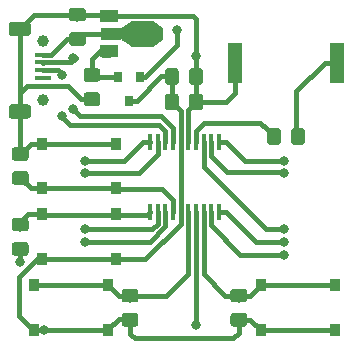
<source format=gbr>
G04 #@! TF.GenerationSoftware,KiCad,Pcbnew,5.1.4*
G04 #@! TF.CreationDate,2019-09-26T21:19:46+02:00*
G04 #@! TF.ProjectId,kroneum,6b726f6e-6575-46d2-9e6b-696361645f70,rev?*
G04 #@! TF.SameCoordinates,PX9527980PY7539c40*
G04 #@! TF.FileFunction,Copper,L1,Top*
G04 #@! TF.FilePolarity,Positive*
%FSLAX46Y46*%
G04 Gerber Fmt 4.6, Leading zero omitted, Abs format (unit mm)*
G04 Created by KiCad (PCBNEW 5.1.4) date 2019-09-26 21:19:46*
%MOMM*%
%LPD*%
G04 APERTURE LIST*
G04 #@! TA.AperFunction,BGAPad,CuDef*
%ADD10C,1.000000*%
G04 #@! TD*
G04 #@! TA.AperFunction,SMDPad,CuDef*
%ADD11R,1.350000X0.400000*%
G04 #@! TD*
G04 #@! TA.AperFunction,Conductor*
%ADD12C,0.020000*%
G04 #@! TD*
G04 #@! TA.AperFunction,SMDPad,CuDef*
%ADD13C,1.200000*%
G04 #@! TD*
G04 #@! TA.AperFunction,SMDPad,CuDef*
%ADD14R,0.400000X1.450000*%
G04 #@! TD*
G04 #@! TA.AperFunction,SMDPad,CuDef*
%ADD15C,1.000000*%
G04 #@! TD*
G04 #@! TA.AperFunction,SMDPad,CuDef*
%ADD16R,1.840000X2.200000*%
G04 #@! TD*
G04 #@! TA.AperFunction,SMDPad,CuDef*
%ADD17R,1.500000X1.000000*%
G04 #@! TD*
G04 #@! TA.AperFunction,SMDPad,CuDef*
%ADD18R,1.800000X1.000000*%
G04 #@! TD*
G04 #@! TA.AperFunction,SMDPad,CuDef*
%ADD19C,0.850000*%
G04 #@! TD*
G04 #@! TA.AperFunction,SMDPad,CuDef*
%ADD20R,0.850000X1.000000*%
G04 #@! TD*
G04 #@! TA.AperFunction,SMDPad,CuDef*
%ADD21C,1.150000*%
G04 #@! TD*
G04 #@! TA.AperFunction,SMDPad,CuDef*
%ADD22R,0.800000X0.900000*%
G04 #@! TD*
G04 #@! TA.AperFunction,SMDPad,CuDef*
%ADD23R,1.300000X3.400000*%
G04 #@! TD*
G04 #@! TA.AperFunction,ViaPad*
%ADD24C,0.800000*%
G04 #@! TD*
G04 #@! TA.AperFunction,Conductor*
%ADD25C,0.406400*%
G04 #@! TD*
G04 #@! TA.AperFunction,Conductor*
%ADD26C,0.250000*%
G04 #@! TD*
G04 #@! TA.AperFunction,Conductor*
%ADD27C,0.762000*%
G04 #@! TD*
G04 APERTURE END LIST*
D10*
G04 #@! TO.P,J1,*
G04 #@! TO.N,*
X-26952500Y26530000D03*
D11*
G04 #@! TO.P,J1,2*
G04 #@! TO.N,USB_D-*
X-26952500Y24680000D03*
G04 #@! TO.P,J1,1*
G04 #@! TO.N,USB_VBUS*
X-26952500Y25330000D03*
G04 #@! TO.P,J1,5*
G04 #@! TO.N,GND*
X-26952500Y22730000D03*
G04 #@! TO.P,J1,4*
G04 #@! TO.N,Net-(J1-Pad4)*
X-26952500Y23380000D03*
G04 #@! TO.P,J1,3*
G04 #@! TO.N,USB_D+*
X-26952500Y24030000D03*
D10*
G04 #@! TO.P,J1,*
G04 #@! TO.N,*
X-26952500Y21530000D03*
D12*
G04 #@! TD*
G04 #@! TO.N,GND*
G04 #@! TO.C,J1*
G36*
X-28260595Y28128555D02*
G01*
X-28231473Y28124236D01*
X-28202915Y28117082D01*
X-28175195Y28107164D01*
X-28148581Y28094576D01*
X-28123329Y28079441D01*
X-28099682Y28061903D01*
X-28077868Y28042132D01*
X-28058097Y28020318D01*
X-28040559Y27996671D01*
X-28025424Y27971419D01*
X-28012836Y27944805D01*
X-28002918Y27917085D01*
X-27995764Y27888527D01*
X-27991445Y27859405D01*
X-27990000Y27830000D01*
X-27990000Y27230000D01*
X-27991445Y27200595D01*
X-27995764Y27171473D01*
X-28002918Y27142915D01*
X-28012836Y27115195D01*
X-28025424Y27088581D01*
X-28040559Y27063329D01*
X-28058097Y27039682D01*
X-28077868Y27017868D01*
X-28099682Y26998097D01*
X-28123329Y26980559D01*
X-28148581Y26965424D01*
X-28175195Y26952836D01*
X-28202915Y26942918D01*
X-28231473Y26935764D01*
X-28260595Y26931445D01*
X-28290000Y26930000D01*
X-29590000Y26930000D01*
X-29619405Y26931445D01*
X-29648527Y26935764D01*
X-29677085Y26942918D01*
X-29704805Y26952836D01*
X-29731419Y26965424D01*
X-29756671Y26980559D01*
X-29780318Y26998097D01*
X-29802132Y27017868D01*
X-29821903Y27039682D01*
X-29839441Y27063329D01*
X-29854576Y27088581D01*
X-29867164Y27115195D01*
X-29877082Y27142915D01*
X-29884236Y27171473D01*
X-29888555Y27200595D01*
X-29890000Y27230000D01*
X-29890000Y27830000D01*
X-29888555Y27859405D01*
X-29884236Y27888527D01*
X-29877082Y27917085D01*
X-29867164Y27944805D01*
X-29854576Y27971419D01*
X-29839441Y27996671D01*
X-29821903Y28020318D01*
X-29802132Y28042132D01*
X-29780318Y28061903D01*
X-29756671Y28079441D01*
X-29731419Y28094576D01*
X-29704805Y28107164D01*
X-29677085Y28117082D01*
X-29648527Y28124236D01*
X-29619405Y28128555D01*
X-29590000Y28130000D01*
X-28290000Y28130000D01*
X-28260595Y28128555D01*
X-28260595Y28128555D01*
G37*
D13*
G04 #@! TO.P,J1,6*
G04 #@! TO.N,GND*
X-28940000Y27530000D03*
D12*
G04 #@! TD*
G04 #@! TO.N,GND*
G04 #@! TO.C,J1*
G36*
X-28260595Y21128555D02*
G01*
X-28231473Y21124236D01*
X-28202915Y21117082D01*
X-28175195Y21107164D01*
X-28148581Y21094576D01*
X-28123329Y21079441D01*
X-28099682Y21061903D01*
X-28077868Y21042132D01*
X-28058097Y21020318D01*
X-28040559Y20996671D01*
X-28025424Y20971419D01*
X-28012836Y20944805D01*
X-28002918Y20917085D01*
X-27995764Y20888527D01*
X-27991445Y20859405D01*
X-27990000Y20830000D01*
X-27990000Y20230000D01*
X-27991445Y20200595D01*
X-27995764Y20171473D01*
X-28002918Y20142915D01*
X-28012836Y20115195D01*
X-28025424Y20088581D01*
X-28040559Y20063329D01*
X-28058097Y20039682D01*
X-28077868Y20017868D01*
X-28099682Y19998097D01*
X-28123329Y19980559D01*
X-28148581Y19965424D01*
X-28175195Y19952836D01*
X-28202915Y19942918D01*
X-28231473Y19935764D01*
X-28260595Y19931445D01*
X-28290000Y19930000D01*
X-29590000Y19930000D01*
X-29619405Y19931445D01*
X-29648527Y19935764D01*
X-29677085Y19942918D01*
X-29704805Y19952836D01*
X-29731419Y19965424D01*
X-29756671Y19980559D01*
X-29780318Y19998097D01*
X-29802132Y20017868D01*
X-29821903Y20039682D01*
X-29839441Y20063329D01*
X-29854576Y20088581D01*
X-29867164Y20115195D01*
X-29877082Y20142915D01*
X-29884236Y20171473D01*
X-29888555Y20200595D01*
X-29890000Y20230000D01*
X-29890000Y20830000D01*
X-29888555Y20859405D01*
X-29884236Y20888527D01*
X-29877082Y20917085D01*
X-29867164Y20944805D01*
X-29854576Y20971419D01*
X-29839441Y20996671D01*
X-29821903Y21020318D01*
X-29802132Y21042132D01*
X-29780318Y21061903D01*
X-29756671Y21079441D01*
X-29731419Y21094576D01*
X-29704805Y21107164D01*
X-29677085Y21117082D01*
X-29648527Y21124236D01*
X-29619405Y21128555D01*
X-29590000Y21130000D01*
X-28290000Y21130000D01*
X-28260595Y21128555D01*
X-28260595Y21128555D01*
G37*
D13*
G04 #@! TO.P,J1,6*
G04 #@! TO.N,GND*
X-28940000Y20530000D03*
G04 #@! TD*
D14*
G04 #@! TO.P,U1,1*
G04 #@! TO.N,BOOT0*
X-17925000Y12020000D03*
G04 #@! TO.P,U1,2*
G04 #@! TO.N,SDA*
X-17275000Y12020000D03*
G04 #@! TO.P,U1,3*
G04 #@! TO.N,SCL*
X-16625000Y12020000D03*
G04 #@! TO.P,U1,4*
G04 #@! TO.N,NRST*
X-15975000Y12020000D03*
G04 #@! TO.P,U1,5*
G04 #@! TO.N,VDD*
X-15325000Y12020000D03*
G04 #@! TO.P,U1,6*
G04 #@! TO.N,Ctrl_One*
X-14675000Y12020000D03*
G04 #@! TO.P,U1,7*
G04 #@! TO.N,ADC1*
X-14025000Y12020000D03*
G04 #@! TO.P,U1,8*
G04 #@! TO.N,Ctrl_Ten*
X-13375000Y12020000D03*
G04 #@! TO.P,U1,9*
G04 #@! TO.N,ADC3*
X-12725000Y12020000D03*
G04 #@! TO.P,U1,10*
G04 #@! TO.N,NSS*
X-12075000Y12020000D03*
G04 #@! TO.P,U1,11*
G04 #@! TO.N,SCK*
X-12075000Y17920000D03*
G04 #@! TO.P,U1,12*
G04 #@! TO.N,MISO*
X-12725000Y17920000D03*
G04 #@! TO.P,U1,13*
G04 #@! TO.N,MOSI*
X-13375000Y17920000D03*
G04 #@! TO.P,U1,14*
G04 #@! TO.N,Buzzer*
X-14025000Y17920000D03*
G04 #@! TO.P,U1,15*
G04 #@! TO.N,GND*
X-14675000Y17920000D03*
G04 #@! TO.P,U1,16*
G04 #@! TO.N,VDD*
X-15325000Y17920000D03*
G04 #@! TO.P,U1,17*
G04 #@! TO.N,USB_D-*
X-15975000Y17920000D03*
G04 #@! TO.P,U1,18*
G04 #@! TO.N,USB_D+*
X-16625000Y17920000D03*
G04 #@! TO.P,U1,19*
G04 #@! TO.N,SWDIO*
X-17275000Y17920000D03*
G04 #@! TO.P,U1,20*
G04 #@! TO.N,SWCLK*
X-17925000Y17920000D03*
G04 #@! TD*
D15*
G04 #@! TO.P,U2,2*
G04 #@! TO.N,USB_VBUS*
X-19956200Y27120000D03*
D12*
G04 #@! TD*
G04 #@! TO.N,USB_VBUS*
G04 #@! TO.C,U2*
G36*
X-19456200Y26020000D02*
G01*
X-20456200Y26720000D01*
X-20456200Y27520000D01*
X-19456200Y28220000D01*
X-19456200Y26020000D01*
X-19456200Y26020000D01*
G37*
D16*
G04 #@! TO.P,U2,2*
G04 #@! TO.N,USB_VBUS*
X-18546500Y27120000D03*
D17*
G04 #@! TO.P,U2,3*
G04 #@! TO.N,Net-(C4-Pad1)*
X-21360000Y25620000D03*
D18*
G04 #@! TO.P,U2,2*
G04 #@! TO.N,USB_VBUS*
X-21213500Y27120000D03*
D17*
G04 #@! TO.P,U2,1*
G04 #@! TO.N,GND*
X-21360000Y28620000D03*
D19*
G04 #@! TO.P,U2,2*
G04 #@! TO.N,USB_VBUS*
X-17213000Y27120000D03*
D12*
G04 #@! TD*
G04 #@! TO.N,USB_VBUS*
G04 #@! TO.C,U2*
G36*
X-17638000Y28220000D02*
G01*
X-16788000Y27620000D01*
X-16788000Y26620000D01*
X-17638000Y26020000D01*
X-17638000Y28220000D01*
X-17638000Y28220000D01*
G37*
D20*
G04 #@! TO.P,SW2,1*
G04 #@! TO.N,Ctrl_One*
X-27750000Y5820000D03*
X-21450000Y5820000D03*
G04 #@! TO.P,SW2,2*
G04 #@! TO.N,VDD*
X-27750000Y2020000D03*
X-21450000Y2020000D03*
G04 #@! TD*
D12*
G04 #@! TO.N,GND*
G04 #@! TO.C,C1*
G36*
X-13665495Y22042576D02*
G01*
X-13641227Y22038976D01*
X-13617428Y22033015D01*
X-13594329Y22024750D01*
X-13572150Y22014260D01*
X-13551107Y22001648D01*
X-13531401Y21987033D01*
X-13513223Y21970557D01*
X-13496747Y21952379D01*
X-13482132Y21932673D01*
X-13469520Y21911630D01*
X-13459030Y21889451D01*
X-13450765Y21866352D01*
X-13444804Y21842553D01*
X-13441204Y21818285D01*
X-13440000Y21793781D01*
X-13440000Y20893779D01*
X-13441204Y20869275D01*
X-13444804Y20845007D01*
X-13450765Y20821208D01*
X-13459030Y20798109D01*
X-13469520Y20775930D01*
X-13482132Y20754887D01*
X-13496747Y20735181D01*
X-13513223Y20717003D01*
X-13531401Y20700527D01*
X-13551107Y20685912D01*
X-13572150Y20673300D01*
X-13594329Y20662810D01*
X-13617428Y20654545D01*
X-13641227Y20648584D01*
X-13665495Y20644984D01*
X-13689999Y20643780D01*
X-14340001Y20643780D01*
X-14364505Y20644984D01*
X-14388773Y20648584D01*
X-14412572Y20654545D01*
X-14435671Y20662810D01*
X-14457850Y20673300D01*
X-14478893Y20685912D01*
X-14498599Y20700527D01*
X-14516777Y20717003D01*
X-14533253Y20735181D01*
X-14547868Y20754887D01*
X-14560480Y20775930D01*
X-14570970Y20798109D01*
X-14579235Y20821208D01*
X-14585196Y20845007D01*
X-14588796Y20869275D01*
X-14590000Y20893779D01*
X-14590000Y21793781D01*
X-14588796Y21818285D01*
X-14585196Y21842553D01*
X-14579235Y21866352D01*
X-14570970Y21889451D01*
X-14560480Y21911630D01*
X-14547868Y21932673D01*
X-14533253Y21952379D01*
X-14516777Y21970557D01*
X-14498599Y21987033D01*
X-14478893Y22001648D01*
X-14457850Y22014260D01*
X-14435671Y22024750D01*
X-14412572Y22033015D01*
X-14388773Y22038976D01*
X-14364505Y22042576D01*
X-14340001Y22043780D01*
X-13689999Y22043780D01*
X-13665495Y22042576D01*
X-13665495Y22042576D01*
G37*
D21*
G04 #@! TD*
G04 #@! TO.P,C1,2*
G04 #@! TO.N,GND*
X-14015000Y21343780D03*
D12*
G04 #@! TO.N,VDD*
G04 #@! TO.C,C1*
G36*
X-15715495Y22042576D02*
G01*
X-15691227Y22038976D01*
X-15667428Y22033015D01*
X-15644329Y22024750D01*
X-15622150Y22014260D01*
X-15601107Y22001648D01*
X-15581401Y21987033D01*
X-15563223Y21970557D01*
X-15546747Y21952379D01*
X-15532132Y21932673D01*
X-15519520Y21911630D01*
X-15509030Y21889451D01*
X-15500765Y21866352D01*
X-15494804Y21842553D01*
X-15491204Y21818285D01*
X-15490000Y21793781D01*
X-15490000Y20893779D01*
X-15491204Y20869275D01*
X-15494804Y20845007D01*
X-15500765Y20821208D01*
X-15509030Y20798109D01*
X-15519520Y20775930D01*
X-15532132Y20754887D01*
X-15546747Y20735181D01*
X-15563223Y20717003D01*
X-15581401Y20700527D01*
X-15601107Y20685912D01*
X-15622150Y20673300D01*
X-15644329Y20662810D01*
X-15667428Y20654545D01*
X-15691227Y20648584D01*
X-15715495Y20644984D01*
X-15739999Y20643780D01*
X-16390001Y20643780D01*
X-16414505Y20644984D01*
X-16438773Y20648584D01*
X-16462572Y20654545D01*
X-16485671Y20662810D01*
X-16507850Y20673300D01*
X-16528893Y20685912D01*
X-16548599Y20700527D01*
X-16566777Y20717003D01*
X-16583253Y20735181D01*
X-16597868Y20754887D01*
X-16610480Y20775930D01*
X-16620970Y20798109D01*
X-16629235Y20821208D01*
X-16635196Y20845007D01*
X-16638796Y20869275D01*
X-16640000Y20893779D01*
X-16640000Y21793781D01*
X-16638796Y21818285D01*
X-16635196Y21842553D01*
X-16629235Y21866352D01*
X-16620970Y21889451D01*
X-16610480Y21911630D01*
X-16597868Y21932673D01*
X-16583253Y21952379D01*
X-16566777Y21970557D01*
X-16548599Y21987033D01*
X-16528893Y22001648D01*
X-16507850Y22014260D01*
X-16485671Y22024750D01*
X-16462572Y22033015D01*
X-16438773Y22038976D01*
X-16414505Y22042576D01*
X-16390001Y22043780D01*
X-15739999Y22043780D01*
X-15715495Y22042576D01*
X-15715495Y22042576D01*
G37*
D21*
G04 #@! TD*
G04 #@! TO.P,C1,1*
G04 #@! TO.N,VDD*
X-16065000Y21343780D03*
D12*
G04 #@! TO.N,VDD*
G04 #@! TO.C,C3*
G36*
X-15715495Y24192576D02*
G01*
X-15691227Y24188976D01*
X-15667428Y24183015D01*
X-15644329Y24174750D01*
X-15622150Y24164260D01*
X-15601107Y24151648D01*
X-15581401Y24137033D01*
X-15563223Y24120557D01*
X-15546747Y24102379D01*
X-15532132Y24082673D01*
X-15519520Y24061630D01*
X-15509030Y24039451D01*
X-15500765Y24016352D01*
X-15494804Y23992553D01*
X-15491204Y23968285D01*
X-15490000Y23943781D01*
X-15490000Y23043779D01*
X-15491204Y23019275D01*
X-15494804Y22995007D01*
X-15500765Y22971208D01*
X-15509030Y22948109D01*
X-15519520Y22925930D01*
X-15532132Y22904887D01*
X-15546747Y22885181D01*
X-15563223Y22867003D01*
X-15581401Y22850527D01*
X-15601107Y22835912D01*
X-15622150Y22823300D01*
X-15644329Y22812810D01*
X-15667428Y22804545D01*
X-15691227Y22798584D01*
X-15715495Y22794984D01*
X-15739999Y22793780D01*
X-16390001Y22793780D01*
X-16414505Y22794984D01*
X-16438773Y22798584D01*
X-16462572Y22804545D01*
X-16485671Y22812810D01*
X-16507850Y22823300D01*
X-16528893Y22835912D01*
X-16548599Y22850527D01*
X-16566777Y22867003D01*
X-16583253Y22885181D01*
X-16597868Y22904887D01*
X-16610480Y22925930D01*
X-16620970Y22948109D01*
X-16629235Y22971208D01*
X-16635196Y22995007D01*
X-16638796Y23019275D01*
X-16640000Y23043779D01*
X-16640000Y23943781D01*
X-16638796Y23968285D01*
X-16635196Y23992553D01*
X-16629235Y24016352D01*
X-16620970Y24039451D01*
X-16610480Y24061630D01*
X-16597868Y24082673D01*
X-16583253Y24102379D01*
X-16566777Y24120557D01*
X-16548599Y24137033D01*
X-16528893Y24151648D01*
X-16507850Y24164260D01*
X-16485671Y24174750D01*
X-16462572Y24183015D01*
X-16438773Y24188976D01*
X-16414505Y24192576D01*
X-16390001Y24193780D01*
X-15739999Y24193780D01*
X-15715495Y24192576D01*
X-15715495Y24192576D01*
G37*
D21*
G04 #@! TD*
G04 #@! TO.P,C3,1*
G04 #@! TO.N,VDD*
X-16065000Y23493780D03*
D12*
G04 #@! TO.N,GND*
G04 #@! TO.C,C3*
G36*
X-13665495Y24192576D02*
G01*
X-13641227Y24188976D01*
X-13617428Y24183015D01*
X-13594329Y24174750D01*
X-13572150Y24164260D01*
X-13551107Y24151648D01*
X-13531401Y24137033D01*
X-13513223Y24120557D01*
X-13496747Y24102379D01*
X-13482132Y24082673D01*
X-13469520Y24061630D01*
X-13459030Y24039451D01*
X-13450765Y24016352D01*
X-13444804Y23992553D01*
X-13441204Y23968285D01*
X-13440000Y23943781D01*
X-13440000Y23043779D01*
X-13441204Y23019275D01*
X-13444804Y22995007D01*
X-13450765Y22971208D01*
X-13459030Y22948109D01*
X-13469520Y22925930D01*
X-13482132Y22904887D01*
X-13496747Y22885181D01*
X-13513223Y22867003D01*
X-13531401Y22850527D01*
X-13551107Y22835912D01*
X-13572150Y22823300D01*
X-13594329Y22812810D01*
X-13617428Y22804545D01*
X-13641227Y22798584D01*
X-13665495Y22794984D01*
X-13689999Y22793780D01*
X-14340001Y22793780D01*
X-14364505Y22794984D01*
X-14388773Y22798584D01*
X-14412572Y22804545D01*
X-14435671Y22812810D01*
X-14457850Y22823300D01*
X-14478893Y22835912D01*
X-14498599Y22850527D01*
X-14516777Y22867003D01*
X-14533253Y22885181D01*
X-14547868Y22904887D01*
X-14560480Y22925930D01*
X-14570970Y22948109D01*
X-14579235Y22971208D01*
X-14585196Y22995007D01*
X-14588796Y23019275D01*
X-14590000Y23043779D01*
X-14590000Y23943781D01*
X-14588796Y23968285D01*
X-14585196Y23992553D01*
X-14579235Y24016352D01*
X-14570970Y24039451D01*
X-14560480Y24061630D01*
X-14547868Y24082673D01*
X-14533253Y24102379D01*
X-14516777Y24120557D01*
X-14498599Y24137033D01*
X-14478893Y24151648D01*
X-14457850Y24164260D01*
X-14435671Y24174750D01*
X-14412572Y24183015D01*
X-14388773Y24188976D01*
X-14364505Y24192576D01*
X-14340001Y24193780D01*
X-13689999Y24193780D01*
X-13665495Y24192576D01*
X-13665495Y24192576D01*
G37*
D21*
G04 #@! TD*
G04 #@! TO.P,C3,2*
G04 #@! TO.N,GND*
X-14015000Y23493780D03*
D12*
G04 #@! TO.N,NRST*
G04 #@! TO.C,C7*
G36*
X-28425495Y15468796D02*
G01*
X-28401227Y15465196D01*
X-28377428Y15459235D01*
X-28354329Y15450970D01*
X-28332150Y15440480D01*
X-28311107Y15427868D01*
X-28291401Y15413253D01*
X-28273223Y15396777D01*
X-28256747Y15378599D01*
X-28242132Y15358893D01*
X-28229520Y15337850D01*
X-28219030Y15315671D01*
X-28210765Y15292572D01*
X-28204804Y15268773D01*
X-28201204Y15244505D01*
X-28200000Y15220001D01*
X-28200000Y14569999D01*
X-28201204Y14545495D01*
X-28204804Y14521227D01*
X-28210765Y14497428D01*
X-28219030Y14474329D01*
X-28229520Y14452150D01*
X-28242132Y14431107D01*
X-28256747Y14411401D01*
X-28273223Y14393223D01*
X-28291401Y14376747D01*
X-28311107Y14362132D01*
X-28332150Y14349520D01*
X-28354329Y14339030D01*
X-28377428Y14330765D01*
X-28401227Y14324804D01*
X-28425495Y14321204D01*
X-28449999Y14320000D01*
X-29350001Y14320000D01*
X-29374505Y14321204D01*
X-29398773Y14324804D01*
X-29422572Y14330765D01*
X-29445671Y14339030D01*
X-29467850Y14349520D01*
X-29488893Y14362132D01*
X-29508599Y14376747D01*
X-29526777Y14393223D01*
X-29543253Y14411401D01*
X-29557868Y14431107D01*
X-29570480Y14452150D01*
X-29580970Y14474329D01*
X-29589235Y14497428D01*
X-29595196Y14521227D01*
X-29598796Y14545495D01*
X-29600000Y14569999D01*
X-29600000Y15220001D01*
X-29598796Y15244505D01*
X-29595196Y15268773D01*
X-29589235Y15292572D01*
X-29580970Y15315671D01*
X-29570480Y15337850D01*
X-29557868Y15358893D01*
X-29543253Y15378599D01*
X-29526777Y15396777D01*
X-29508599Y15413253D01*
X-29488893Y15427868D01*
X-29467850Y15440480D01*
X-29445671Y15450970D01*
X-29422572Y15459235D01*
X-29398773Y15465196D01*
X-29374505Y15468796D01*
X-29350001Y15470000D01*
X-28449999Y15470000D01*
X-28425495Y15468796D01*
X-28425495Y15468796D01*
G37*
D21*
G04 #@! TD*
G04 #@! TO.P,C7,1*
G04 #@! TO.N,NRST*
X-28900000Y14895000D03*
D12*
G04 #@! TO.N,GND*
G04 #@! TO.C,C7*
G36*
X-28425495Y17518796D02*
G01*
X-28401227Y17515196D01*
X-28377428Y17509235D01*
X-28354329Y17500970D01*
X-28332150Y17490480D01*
X-28311107Y17477868D01*
X-28291401Y17463253D01*
X-28273223Y17446777D01*
X-28256747Y17428599D01*
X-28242132Y17408893D01*
X-28229520Y17387850D01*
X-28219030Y17365671D01*
X-28210765Y17342572D01*
X-28204804Y17318773D01*
X-28201204Y17294505D01*
X-28200000Y17270001D01*
X-28200000Y16619999D01*
X-28201204Y16595495D01*
X-28204804Y16571227D01*
X-28210765Y16547428D01*
X-28219030Y16524329D01*
X-28229520Y16502150D01*
X-28242132Y16481107D01*
X-28256747Y16461401D01*
X-28273223Y16443223D01*
X-28291401Y16426747D01*
X-28311107Y16412132D01*
X-28332150Y16399520D01*
X-28354329Y16389030D01*
X-28377428Y16380765D01*
X-28401227Y16374804D01*
X-28425495Y16371204D01*
X-28449999Y16370000D01*
X-29350001Y16370000D01*
X-29374505Y16371204D01*
X-29398773Y16374804D01*
X-29422572Y16380765D01*
X-29445671Y16389030D01*
X-29467850Y16399520D01*
X-29488893Y16412132D01*
X-29508599Y16426747D01*
X-29526777Y16443223D01*
X-29543253Y16461401D01*
X-29557868Y16481107D01*
X-29570480Y16502150D01*
X-29580970Y16524329D01*
X-29589235Y16547428D01*
X-29595196Y16571227D01*
X-29598796Y16595495D01*
X-29600000Y16619999D01*
X-29600000Y17270001D01*
X-29598796Y17294505D01*
X-29595196Y17318773D01*
X-29589235Y17342572D01*
X-29580970Y17365671D01*
X-29570480Y17387850D01*
X-29557868Y17408893D01*
X-29543253Y17428599D01*
X-29526777Y17446777D01*
X-29508599Y17463253D01*
X-29488893Y17477868D01*
X-29467850Y17490480D01*
X-29445671Y17500970D01*
X-29422572Y17509235D01*
X-29398773Y17515196D01*
X-29374505Y17518796D01*
X-29350001Y17520000D01*
X-28449999Y17520000D01*
X-28425495Y17518796D01*
X-28425495Y17518796D01*
G37*
D21*
G04 #@! TD*
G04 #@! TO.P,C7,2*
G04 #@! TO.N,GND*
X-28900000Y16945000D03*
D12*
G04 #@! TO.N,VDD*
G04 #@! TO.C,C8*
G36*
X-19125495Y3468796D02*
G01*
X-19101227Y3465196D01*
X-19077428Y3459235D01*
X-19054329Y3450970D01*
X-19032150Y3440480D01*
X-19011107Y3427868D01*
X-18991401Y3413253D01*
X-18973223Y3396777D01*
X-18956747Y3378599D01*
X-18942132Y3358893D01*
X-18929520Y3337850D01*
X-18919030Y3315671D01*
X-18910765Y3292572D01*
X-18904804Y3268773D01*
X-18901204Y3244505D01*
X-18900000Y3220001D01*
X-18900000Y2569999D01*
X-18901204Y2545495D01*
X-18904804Y2521227D01*
X-18910765Y2497428D01*
X-18919030Y2474329D01*
X-18929520Y2452150D01*
X-18942132Y2431107D01*
X-18956747Y2411401D01*
X-18973223Y2393223D01*
X-18991401Y2376747D01*
X-19011107Y2362132D01*
X-19032150Y2349520D01*
X-19054329Y2339030D01*
X-19077428Y2330765D01*
X-19101227Y2324804D01*
X-19125495Y2321204D01*
X-19149999Y2320000D01*
X-20050001Y2320000D01*
X-20074505Y2321204D01*
X-20098773Y2324804D01*
X-20122572Y2330765D01*
X-20145671Y2339030D01*
X-20167850Y2349520D01*
X-20188893Y2362132D01*
X-20208599Y2376747D01*
X-20226777Y2393223D01*
X-20243253Y2411401D01*
X-20257868Y2431107D01*
X-20270480Y2452150D01*
X-20280970Y2474329D01*
X-20289235Y2497428D01*
X-20295196Y2521227D01*
X-20298796Y2545495D01*
X-20300000Y2569999D01*
X-20300000Y3220001D01*
X-20298796Y3244505D01*
X-20295196Y3268773D01*
X-20289235Y3292572D01*
X-20280970Y3315671D01*
X-20270480Y3337850D01*
X-20257868Y3358893D01*
X-20243253Y3378599D01*
X-20226777Y3396777D01*
X-20208599Y3413253D01*
X-20188893Y3427868D01*
X-20167850Y3440480D01*
X-20145671Y3450970D01*
X-20122572Y3459235D01*
X-20098773Y3465196D01*
X-20074505Y3468796D01*
X-20050001Y3470000D01*
X-19149999Y3470000D01*
X-19125495Y3468796D01*
X-19125495Y3468796D01*
G37*
D21*
G04 #@! TD*
G04 #@! TO.P,C8,1*
G04 #@! TO.N,VDD*
X-19600000Y2895000D03*
D12*
G04 #@! TO.N,Ctrl_One*
G04 #@! TO.C,C8*
G36*
X-19125495Y5518796D02*
G01*
X-19101227Y5515196D01*
X-19077428Y5509235D01*
X-19054329Y5500970D01*
X-19032150Y5490480D01*
X-19011107Y5477868D01*
X-18991401Y5463253D01*
X-18973223Y5446777D01*
X-18956747Y5428599D01*
X-18942132Y5408893D01*
X-18929520Y5387850D01*
X-18919030Y5365671D01*
X-18910765Y5342572D01*
X-18904804Y5318773D01*
X-18901204Y5294505D01*
X-18900000Y5270001D01*
X-18900000Y4619999D01*
X-18901204Y4595495D01*
X-18904804Y4571227D01*
X-18910765Y4547428D01*
X-18919030Y4524329D01*
X-18929520Y4502150D01*
X-18942132Y4481107D01*
X-18956747Y4461401D01*
X-18973223Y4443223D01*
X-18991401Y4426747D01*
X-19011107Y4412132D01*
X-19032150Y4399520D01*
X-19054329Y4389030D01*
X-19077428Y4380765D01*
X-19101227Y4374804D01*
X-19125495Y4371204D01*
X-19149999Y4370000D01*
X-20050001Y4370000D01*
X-20074505Y4371204D01*
X-20098773Y4374804D01*
X-20122572Y4380765D01*
X-20145671Y4389030D01*
X-20167850Y4399520D01*
X-20188893Y4412132D01*
X-20208599Y4426747D01*
X-20226777Y4443223D01*
X-20243253Y4461401D01*
X-20257868Y4481107D01*
X-20270480Y4502150D01*
X-20280970Y4524329D01*
X-20289235Y4547428D01*
X-20295196Y4571227D01*
X-20298796Y4595495D01*
X-20300000Y4619999D01*
X-20300000Y5270001D01*
X-20298796Y5294505D01*
X-20295196Y5318773D01*
X-20289235Y5342572D01*
X-20280970Y5365671D01*
X-20270480Y5387850D01*
X-20257868Y5408893D01*
X-20243253Y5428599D01*
X-20226777Y5446777D01*
X-20208599Y5463253D01*
X-20188893Y5477868D01*
X-20167850Y5490480D01*
X-20145671Y5500970D01*
X-20122572Y5509235D01*
X-20098773Y5515196D01*
X-20074505Y5518796D01*
X-20050001Y5520000D01*
X-19149999Y5520000D01*
X-19125495Y5518796D01*
X-19125495Y5518796D01*
G37*
D21*
G04 #@! TD*
G04 #@! TO.P,C8,2*
G04 #@! TO.N,Ctrl_One*
X-19600000Y4945000D03*
D12*
G04 #@! TO.N,Ctrl_Ten*
G04 #@! TO.C,C9*
G36*
X-9925495Y5518796D02*
G01*
X-9901227Y5515196D01*
X-9877428Y5509235D01*
X-9854329Y5500970D01*
X-9832150Y5490480D01*
X-9811107Y5477868D01*
X-9791401Y5463253D01*
X-9773223Y5446777D01*
X-9756747Y5428599D01*
X-9742132Y5408893D01*
X-9729520Y5387850D01*
X-9719030Y5365671D01*
X-9710765Y5342572D01*
X-9704804Y5318773D01*
X-9701204Y5294505D01*
X-9700000Y5270001D01*
X-9700000Y4619999D01*
X-9701204Y4595495D01*
X-9704804Y4571227D01*
X-9710765Y4547428D01*
X-9719030Y4524329D01*
X-9729520Y4502150D01*
X-9742132Y4481107D01*
X-9756747Y4461401D01*
X-9773223Y4443223D01*
X-9791401Y4426747D01*
X-9811107Y4412132D01*
X-9832150Y4399520D01*
X-9854329Y4389030D01*
X-9877428Y4380765D01*
X-9901227Y4374804D01*
X-9925495Y4371204D01*
X-9949999Y4370000D01*
X-10850001Y4370000D01*
X-10874505Y4371204D01*
X-10898773Y4374804D01*
X-10922572Y4380765D01*
X-10945671Y4389030D01*
X-10967850Y4399520D01*
X-10988893Y4412132D01*
X-11008599Y4426747D01*
X-11026777Y4443223D01*
X-11043253Y4461401D01*
X-11057868Y4481107D01*
X-11070480Y4502150D01*
X-11080970Y4524329D01*
X-11089235Y4547428D01*
X-11095196Y4571227D01*
X-11098796Y4595495D01*
X-11100000Y4619999D01*
X-11100000Y5270001D01*
X-11098796Y5294505D01*
X-11095196Y5318773D01*
X-11089235Y5342572D01*
X-11080970Y5365671D01*
X-11070480Y5387850D01*
X-11057868Y5408893D01*
X-11043253Y5428599D01*
X-11026777Y5446777D01*
X-11008599Y5463253D01*
X-10988893Y5477868D01*
X-10967850Y5490480D01*
X-10945671Y5500970D01*
X-10922572Y5509235D01*
X-10898773Y5515196D01*
X-10874505Y5518796D01*
X-10850001Y5520000D01*
X-9949999Y5520000D01*
X-9925495Y5518796D01*
X-9925495Y5518796D01*
G37*
D21*
G04 #@! TD*
G04 #@! TO.P,C9,2*
G04 #@! TO.N,Ctrl_Ten*
X-10400000Y4945000D03*
D12*
G04 #@! TO.N,VDD*
G04 #@! TO.C,C9*
G36*
X-9925495Y3468796D02*
G01*
X-9901227Y3465196D01*
X-9877428Y3459235D01*
X-9854329Y3450970D01*
X-9832150Y3440480D01*
X-9811107Y3427868D01*
X-9791401Y3413253D01*
X-9773223Y3396777D01*
X-9756747Y3378599D01*
X-9742132Y3358893D01*
X-9729520Y3337850D01*
X-9719030Y3315671D01*
X-9710765Y3292572D01*
X-9704804Y3268773D01*
X-9701204Y3244505D01*
X-9700000Y3220001D01*
X-9700000Y2569999D01*
X-9701204Y2545495D01*
X-9704804Y2521227D01*
X-9710765Y2497428D01*
X-9719030Y2474329D01*
X-9729520Y2452150D01*
X-9742132Y2431107D01*
X-9756747Y2411401D01*
X-9773223Y2393223D01*
X-9791401Y2376747D01*
X-9811107Y2362132D01*
X-9832150Y2349520D01*
X-9854329Y2339030D01*
X-9877428Y2330765D01*
X-9901227Y2324804D01*
X-9925495Y2321204D01*
X-9949999Y2320000D01*
X-10850001Y2320000D01*
X-10874505Y2321204D01*
X-10898773Y2324804D01*
X-10922572Y2330765D01*
X-10945671Y2339030D01*
X-10967850Y2349520D01*
X-10988893Y2362132D01*
X-11008599Y2376747D01*
X-11026777Y2393223D01*
X-11043253Y2411401D01*
X-11057868Y2431107D01*
X-11070480Y2452150D01*
X-11080970Y2474329D01*
X-11089235Y2497428D01*
X-11095196Y2521227D01*
X-11098796Y2545495D01*
X-11100000Y2569999D01*
X-11100000Y3220001D01*
X-11098796Y3244505D01*
X-11095196Y3268773D01*
X-11089235Y3292572D01*
X-11080970Y3315671D01*
X-11070480Y3337850D01*
X-11057868Y3358893D01*
X-11043253Y3378599D01*
X-11026777Y3396777D01*
X-11008599Y3413253D01*
X-10988893Y3427868D01*
X-10967850Y3440480D01*
X-10945671Y3450970D01*
X-10922572Y3459235D01*
X-10898773Y3465196D01*
X-10874505Y3468796D01*
X-10850001Y3470000D01*
X-9949999Y3470000D01*
X-9925495Y3468796D01*
X-9925495Y3468796D01*
G37*
D21*
G04 #@! TD*
G04 #@! TO.P,C9,1*
G04 #@! TO.N,VDD*
X-10400000Y2895000D03*
D12*
G04 #@! TO.N,Buzzer*
G04 #@! TO.C,R1*
G36*
X-7075495Y19118796D02*
G01*
X-7051227Y19115196D01*
X-7027428Y19109235D01*
X-7004329Y19100970D01*
X-6982150Y19090480D01*
X-6961107Y19077868D01*
X-6941401Y19063253D01*
X-6923223Y19046777D01*
X-6906747Y19028599D01*
X-6892132Y19008893D01*
X-6879520Y18987850D01*
X-6869030Y18965671D01*
X-6860765Y18942572D01*
X-6854804Y18918773D01*
X-6851204Y18894505D01*
X-6850000Y18870001D01*
X-6850000Y17969999D01*
X-6851204Y17945495D01*
X-6854804Y17921227D01*
X-6860765Y17897428D01*
X-6869030Y17874329D01*
X-6879520Y17852150D01*
X-6892132Y17831107D01*
X-6906747Y17811401D01*
X-6923223Y17793223D01*
X-6941401Y17776747D01*
X-6961107Y17762132D01*
X-6982150Y17749520D01*
X-7004329Y17739030D01*
X-7027428Y17730765D01*
X-7051227Y17724804D01*
X-7075495Y17721204D01*
X-7099999Y17720000D01*
X-7750001Y17720000D01*
X-7774505Y17721204D01*
X-7798773Y17724804D01*
X-7822572Y17730765D01*
X-7845671Y17739030D01*
X-7867850Y17749520D01*
X-7888893Y17762132D01*
X-7908599Y17776747D01*
X-7926777Y17793223D01*
X-7943253Y17811401D01*
X-7957868Y17831107D01*
X-7970480Y17852150D01*
X-7980970Y17874329D01*
X-7989235Y17897428D01*
X-7995196Y17921227D01*
X-7998796Y17945495D01*
X-8000000Y17969999D01*
X-8000000Y18870001D01*
X-7998796Y18894505D01*
X-7995196Y18918773D01*
X-7989235Y18942572D01*
X-7980970Y18965671D01*
X-7970480Y18987850D01*
X-7957868Y19008893D01*
X-7943253Y19028599D01*
X-7926777Y19046777D01*
X-7908599Y19063253D01*
X-7888893Y19077868D01*
X-7867850Y19090480D01*
X-7845671Y19100970D01*
X-7822572Y19109235D01*
X-7798773Y19115196D01*
X-7774505Y19118796D01*
X-7750001Y19120000D01*
X-7099999Y19120000D01*
X-7075495Y19118796D01*
X-7075495Y19118796D01*
G37*
D21*
G04 #@! TD*
G04 #@! TO.P,R1,2*
G04 #@! TO.N,Buzzer*
X-7425000Y18420000D03*
D12*
G04 #@! TO.N,Net-(BZ1-Pad1)*
G04 #@! TO.C,R1*
G36*
X-5025495Y19118796D02*
G01*
X-5001227Y19115196D01*
X-4977428Y19109235D01*
X-4954329Y19100970D01*
X-4932150Y19090480D01*
X-4911107Y19077868D01*
X-4891401Y19063253D01*
X-4873223Y19046777D01*
X-4856747Y19028599D01*
X-4842132Y19008893D01*
X-4829520Y18987850D01*
X-4819030Y18965671D01*
X-4810765Y18942572D01*
X-4804804Y18918773D01*
X-4801204Y18894505D01*
X-4800000Y18870001D01*
X-4800000Y17969999D01*
X-4801204Y17945495D01*
X-4804804Y17921227D01*
X-4810765Y17897428D01*
X-4819030Y17874329D01*
X-4829520Y17852150D01*
X-4842132Y17831107D01*
X-4856747Y17811401D01*
X-4873223Y17793223D01*
X-4891401Y17776747D01*
X-4911107Y17762132D01*
X-4932150Y17749520D01*
X-4954329Y17739030D01*
X-4977428Y17730765D01*
X-5001227Y17724804D01*
X-5025495Y17721204D01*
X-5049999Y17720000D01*
X-5700001Y17720000D01*
X-5724505Y17721204D01*
X-5748773Y17724804D01*
X-5772572Y17730765D01*
X-5795671Y17739030D01*
X-5817850Y17749520D01*
X-5838893Y17762132D01*
X-5858599Y17776747D01*
X-5876777Y17793223D01*
X-5893253Y17811401D01*
X-5907868Y17831107D01*
X-5920480Y17852150D01*
X-5930970Y17874329D01*
X-5939235Y17897428D01*
X-5945196Y17921227D01*
X-5948796Y17945495D01*
X-5950000Y17969999D01*
X-5950000Y18870001D01*
X-5948796Y18894505D01*
X-5945196Y18918773D01*
X-5939235Y18942572D01*
X-5930970Y18965671D01*
X-5920480Y18987850D01*
X-5907868Y19008893D01*
X-5893253Y19028599D01*
X-5876777Y19046777D01*
X-5858599Y19063253D01*
X-5838893Y19077868D01*
X-5817850Y19090480D01*
X-5795671Y19100970D01*
X-5772572Y19109235D01*
X-5748773Y19115196D01*
X-5724505Y19118796D01*
X-5700001Y19120000D01*
X-5049999Y19120000D01*
X-5025495Y19118796D01*
X-5025495Y19118796D01*
G37*
D21*
G04 #@! TD*
G04 #@! TO.P,R1,1*
G04 #@! TO.N,Net-(BZ1-Pad1)*
X-5375000Y18420000D03*
D12*
G04 #@! TO.N,BOOT0*
G04 #@! TO.C,R2*
G36*
X-28425495Y11518796D02*
G01*
X-28401227Y11515196D01*
X-28377428Y11509235D01*
X-28354329Y11500970D01*
X-28332150Y11490480D01*
X-28311107Y11477868D01*
X-28291401Y11463253D01*
X-28273223Y11446777D01*
X-28256747Y11428599D01*
X-28242132Y11408893D01*
X-28229520Y11387850D01*
X-28219030Y11365671D01*
X-28210765Y11342572D01*
X-28204804Y11318773D01*
X-28201204Y11294505D01*
X-28200000Y11270001D01*
X-28200000Y10619999D01*
X-28201204Y10595495D01*
X-28204804Y10571227D01*
X-28210765Y10547428D01*
X-28219030Y10524329D01*
X-28229520Y10502150D01*
X-28242132Y10481107D01*
X-28256747Y10461401D01*
X-28273223Y10443223D01*
X-28291401Y10426747D01*
X-28311107Y10412132D01*
X-28332150Y10399520D01*
X-28354329Y10389030D01*
X-28377428Y10380765D01*
X-28401227Y10374804D01*
X-28425495Y10371204D01*
X-28449999Y10370000D01*
X-29350001Y10370000D01*
X-29374505Y10371204D01*
X-29398773Y10374804D01*
X-29422572Y10380765D01*
X-29445671Y10389030D01*
X-29467850Y10399520D01*
X-29488893Y10412132D01*
X-29508599Y10426747D01*
X-29526777Y10443223D01*
X-29543253Y10461401D01*
X-29557868Y10481107D01*
X-29570480Y10502150D01*
X-29580970Y10524329D01*
X-29589235Y10547428D01*
X-29595196Y10571227D01*
X-29598796Y10595495D01*
X-29600000Y10619999D01*
X-29600000Y11270001D01*
X-29598796Y11294505D01*
X-29595196Y11318773D01*
X-29589235Y11342572D01*
X-29580970Y11365671D01*
X-29570480Y11387850D01*
X-29557868Y11408893D01*
X-29543253Y11428599D01*
X-29526777Y11446777D01*
X-29508599Y11463253D01*
X-29488893Y11477868D01*
X-29467850Y11490480D01*
X-29445671Y11500970D01*
X-29422572Y11509235D01*
X-29398773Y11515196D01*
X-29374505Y11518796D01*
X-29350001Y11520000D01*
X-28449999Y11520000D01*
X-28425495Y11518796D01*
X-28425495Y11518796D01*
G37*
D21*
G04 #@! TD*
G04 #@! TO.P,R2,1*
G04 #@! TO.N,BOOT0*
X-28900000Y10945000D03*
D12*
G04 #@! TO.N,GND*
G04 #@! TO.C,R2*
G36*
X-28425495Y9468796D02*
G01*
X-28401227Y9465196D01*
X-28377428Y9459235D01*
X-28354329Y9450970D01*
X-28332150Y9440480D01*
X-28311107Y9427868D01*
X-28291401Y9413253D01*
X-28273223Y9396777D01*
X-28256747Y9378599D01*
X-28242132Y9358893D01*
X-28229520Y9337850D01*
X-28219030Y9315671D01*
X-28210765Y9292572D01*
X-28204804Y9268773D01*
X-28201204Y9244505D01*
X-28200000Y9220001D01*
X-28200000Y8569999D01*
X-28201204Y8545495D01*
X-28204804Y8521227D01*
X-28210765Y8497428D01*
X-28219030Y8474329D01*
X-28229520Y8452150D01*
X-28242132Y8431107D01*
X-28256747Y8411401D01*
X-28273223Y8393223D01*
X-28291401Y8376747D01*
X-28311107Y8362132D01*
X-28332150Y8349520D01*
X-28354329Y8339030D01*
X-28377428Y8330765D01*
X-28401227Y8324804D01*
X-28425495Y8321204D01*
X-28449999Y8320000D01*
X-29350001Y8320000D01*
X-29374505Y8321204D01*
X-29398773Y8324804D01*
X-29422572Y8330765D01*
X-29445671Y8339030D01*
X-29467850Y8349520D01*
X-29488893Y8362132D01*
X-29508599Y8376747D01*
X-29526777Y8393223D01*
X-29543253Y8411401D01*
X-29557868Y8431107D01*
X-29570480Y8452150D01*
X-29580970Y8474329D01*
X-29589235Y8497428D01*
X-29595196Y8521227D01*
X-29598796Y8545495D01*
X-29600000Y8569999D01*
X-29600000Y9220001D01*
X-29598796Y9244505D01*
X-29595196Y9268773D01*
X-29589235Y9292572D01*
X-29580970Y9315671D01*
X-29570480Y9337850D01*
X-29557868Y9358893D01*
X-29543253Y9378599D01*
X-29526777Y9396777D01*
X-29508599Y9413253D01*
X-29488893Y9427868D01*
X-29467850Y9440480D01*
X-29445671Y9450970D01*
X-29422572Y9459235D01*
X-29398773Y9465196D01*
X-29374505Y9468796D01*
X-29350001Y9470000D01*
X-28449999Y9470000D01*
X-28425495Y9468796D01*
X-28425495Y9468796D01*
G37*
D21*
G04 #@! TD*
G04 #@! TO.P,R2,2*
G04 #@! TO.N,GND*
X-28900000Y8895000D03*
D22*
G04 #@! TO.P,D1,1*
G04 #@! TO.N,Net-(BT1-Pad1)*
X-18731640Y23421320D03*
G04 #@! TO.P,D1,2*
G04 #@! TO.N,Net-(C4-Pad1)*
X-20631640Y23421320D03*
G04 #@! TO.P,D1,3*
G04 #@! TO.N,VDD*
X-19681640Y21421320D03*
G04 #@! TD*
D23*
G04 #@! TO.P,BZ1,1*
G04 #@! TO.N,Net-(BZ1-Pad1)*
X-2050000Y24670000D03*
G04 #@! TO.P,BZ1,2*
G04 #@! TO.N,GND*
X-10750000Y24670000D03*
G04 #@! TD*
D20*
G04 #@! TO.P,SW3,1*
G04 #@! TO.N,NRST*
X-20750000Y14020000D03*
X-27050000Y14020000D03*
G04 #@! TO.P,SW3,2*
G04 #@! TO.N,GND*
X-20750000Y17820000D03*
X-27050000Y17820000D03*
G04 #@! TD*
G04 #@! TO.P,SW4,2*
G04 #@! TO.N,VDD*
X-2250000Y2020000D03*
X-8550000Y2020000D03*
G04 #@! TO.P,SW4,1*
G04 #@! TO.N,Ctrl_Ten*
X-2250000Y5820000D03*
X-8550000Y5820000D03*
G04 #@! TD*
G04 #@! TO.P,SW1,1*
G04 #@! TO.N,BOOT0*
X-27050000Y11820000D03*
X-20750000Y11820000D03*
G04 #@! TO.P,SW1,2*
G04 #@! TO.N,VDD*
X-27050000Y8020000D03*
X-20750000Y8020000D03*
G04 #@! TD*
D12*
G04 #@! TO.N,GND*
G04 #@! TO.C,C2*
G36*
X-23585495Y29298796D02*
G01*
X-23561227Y29295196D01*
X-23537428Y29289235D01*
X-23514329Y29280970D01*
X-23492150Y29270480D01*
X-23471107Y29257868D01*
X-23451401Y29243253D01*
X-23433223Y29226777D01*
X-23416747Y29208599D01*
X-23402132Y29188893D01*
X-23389520Y29167850D01*
X-23379030Y29145671D01*
X-23370765Y29122572D01*
X-23364804Y29098773D01*
X-23361204Y29074505D01*
X-23360000Y29050001D01*
X-23360000Y28399999D01*
X-23361204Y28375495D01*
X-23364804Y28351227D01*
X-23370765Y28327428D01*
X-23379030Y28304329D01*
X-23389520Y28282150D01*
X-23402132Y28261107D01*
X-23416747Y28241401D01*
X-23433223Y28223223D01*
X-23451401Y28206747D01*
X-23471107Y28192132D01*
X-23492150Y28179520D01*
X-23514329Y28169030D01*
X-23537428Y28160765D01*
X-23561227Y28154804D01*
X-23585495Y28151204D01*
X-23609999Y28150000D01*
X-24510001Y28150000D01*
X-24534505Y28151204D01*
X-24558773Y28154804D01*
X-24582572Y28160765D01*
X-24605671Y28169030D01*
X-24627850Y28179520D01*
X-24648893Y28192132D01*
X-24668599Y28206747D01*
X-24686777Y28223223D01*
X-24703253Y28241401D01*
X-24717868Y28261107D01*
X-24730480Y28282150D01*
X-24740970Y28304329D01*
X-24749235Y28327428D01*
X-24755196Y28351227D01*
X-24758796Y28375495D01*
X-24760000Y28399999D01*
X-24760000Y29050001D01*
X-24758796Y29074505D01*
X-24755196Y29098773D01*
X-24749235Y29122572D01*
X-24740970Y29145671D01*
X-24730480Y29167850D01*
X-24717868Y29188893D01*
X-24703253Y29208599D01*
X-24686777Y29226777D01*
X-24668599Y29243253D01*
X-24648893Y29257868D01*
X-24627850Y29270480D01*
X-24605671Y29280970D01*
X-24582572Y29289235D01*
X-24558773Y29295196D01*
X-24534505Y29298796D01*
X-24510001Y29300000D01*
X-23609999Y29300000D01*
X-23585495Y29298796D01*
X-23585495Y29298796D01*
G37*
D21*
G04 #@! TD*
G04 #@! TO.P,C2,1*
G04 #@! TO.N,GND*
X-24060000Y28725000D03*
D12*
G04 #@! TO.N,USB_VBUS*
G04 #@! TO.C,C2*
G36*
X-23585495Y27248796D02*
G01*
X-23561227Y27245196D01*
X-23537428Y27239235D01*
X-23514329Y27230970D01*
X-23492150Y27220480D01*
X-23471107Y27207868D01*
X-23451401Y27193253D01*
X-23433223Y27176777D01*
X-23416747Y27158599D01*
X-23402132Y27138893D01*
X-23389520Y27117850D01*
X-23379030Y27095671D01*
X-23370765Y27072572D01*
X-23364804Y27048773D01*
X-23361204Y27024505D01*
X-23360000Y27000001D01*
X-23360000Y26349999D01*
X-23361204Y26325495D01*
X-23364804Y26301227D01*
X-23370765Y26277428D01*
X-23379030Y26254329D01*
X-23389520Y26232150D01*
X-23402132Y26211107D01*
X-23416747Y26191401D01*
X-23433223Y26173223D01*
X-23451401Y26156747D01*
X-23471107Y26142132D01*
X-23492150Y26129520D01*
X-23514329Y26119030D01*
X-23537428Y26110765D01*
X-23561227Y26104804D01*
X-23585495Y26101204D01*
X-23609999Y26100000D01*
X-24510001Y26100000D01*
X-24534505Y26101204D01*
X-24558773Y26104804D01*
X-24582572Y26110765D01*
X-24605671Y26119030D01*
X-24627850Y26129520D01*
X-24648893Y26142132D01*
X-24668599Y26156747D01*
X-24686777Y26173223D01*
X-24703253Y26191401D01*
X-24717868Y26211107D01*
X-24730480Y26232150D01*
X-24740970Y26254329D01*
X-24749235Y26277428D01*
X-24755196Y26301227D01*
X-24758796Y26325495D01*
X-24760000Y26349999D01*
X-24760000Y27000001D01*
X-24758796Y27024505D01*
X-24755196Y27048773D01*
X-24749235Y27072572D01*
X-24740970Y27095671D01*
X-24730480Y27117850D01*
X-24717868Y27138893D01*
X-24703253Y27158599D01*
X-24686777Y27176777D01*
X-24668599Y27193253D01*
X-24648893Y27207868D01*
X-24627850Y27220480D01*
X-24605671Y27230970D01*
X-24582572Y27239235D01*
X-24558773Y27245196D01*
X-24534505Y27248796D01*
X-24510001Y27250000D01*
X-23609999Y27250000D01*
X-23585495Y27248796D01*
X-23585495Y27248796D01*
G37*
D21*
G04 #@! TD*
G04 #@! TO.P,C2,2*
G04 #@! TO.N,USB_VBUS*
X-24060000Y26675000D03*
D12*
G04 #@! TO.N,GND*
G04 #@! TO.C,C4*
G36*
X-22366895Y22152996D02*
G01*
X-22342627Y22149396D01*
X-22318828Y22143435D01*
X-22295729Y22135170D01*
X-22273550Y22124680D01*
X-22252507Y22112068D01*
X-22232801Y22097453D01*
X-22214623Y22080977D01*
X-22198147Y22062799D01*
X-22183532Y22043093D01*
X-22170920Y22022050D01*
X-22160430Y21999871D01*
X-22152165Y21976772D01*
X-22146204Y21952973D01*
X-22142604Y21928705D01*
X-22141400Y21904201D01*
X-22141400Y21254199D01*
X-22142604Y21229695D01*
X-22146204Y21205427D01*
X-22152165Y21181628D01*
X-22160430Y21158529D01*
X-22170920Y21136350D01*
X-22183532Y21115307D01*
X-22198147Y21095601D01*
X-22214623Y21077423D01*
X-22232801Y21060947D01*
X-22252507Y21046332D01*
X-22273550Y21033720D01*
X-22295729Y21023230D01*
X-22318828Y21014965D01*
X-22342627Y21009004D01*
X-22366895Y21005404D01*
X-22391399Y21004200D01*
X-23291401Y21004200D01*
X-23315905Y21005404D01*
X-23340173Y21009004D01*
X-23363972Y21014965D01*
X-23387071Y21023230D01*
X-23409250Y21033720D01*
X-23430293Y21046332D01*
X-23449999Y21060947D01*
X-23468177Y21077423D01*
X-23484653Y21095601D01*
X-23499268Y21115307D01*
X-23511880Y21136350D01*
X-23522370Y21158529D01*
X-23530635Y21181628D01*
X-23536596Y21205427D01*
X-23540196Y21229695D01*
X-23541400Y21254199D01*
X-23541400Y21904201D01*
X-23540196Y21928705D01*
X-23536596Y21952973D01*
X-23530635Y21976772D01*
X-23522370Y21999871D01*
X-23511880Y22022050D01*
X-23499268Y22043093D01*
X-23484653Y22062799D01*
X-23468177Y22080977D01*
X-23449999Y22097453D01*
X-23430293Y22112068D01*
X-23409250Y22124680D01*
X-23387071Y22135170D01*
X-23363972Y22143435D01*
X-23340173Y22149396D01*
X-23315905Y22152996D01*
X-23291401Y22154200D01*
X-22391399Y22154200D01*
X-22366895Y22152996D01*
X-22366895Y22152996D01*
G37*
D21*
G04 #@! TD*
G04 #@! TO.P,C4,2*
G04 #@! TO.N,GND*
X-22841400Y21579200D03*
D12*
G04 #@! TO.N,Net-(C4-Pad1)*
G04 #@! TO.C,C4*
G36*
X-22366895Y24202996D02*
G01*
X-22342627Y24199396D01*
X-22318828Y24193435D01*
X-22295729Y24185170D01*
X-22273550Y24174680D01*
X-22252507Y24162068D01*
X-22232801Y24147453D01*
X-22214623Y24130977D01*
X-22198147Y24112799D01*
X-22183532Y24093093D01*
X-22170920Y24072050D01*
X-22160430Y24049871D01*
X-22152165Y24026772D01*
X-22146204Y24002973D01*
X-22142604Y23978705D01*
X-22141400Y23954201D01*
X-22141400Y23304199D01*
X-22142604Y23279695D01*
X-22146204Y23255427D01*
X-22152165Y23231628D01*
X-22160430Y23208529D01*
X-22170920Y23186350D01*
X-22183532Y23165307D01*
X-22198147Y23145601D01*
X-22214623Y23127423D01*
X-22232801Y23110947D01*
X-22252507Y23096332D01*
X-22273550Y23083720D01*
X-22295729Y23073230D01*
X-22318828Y23064965D01*
X-22342627Y23059004D01*
X-22366895Y23055404D01*
X-22391399Y23054200D01*
X-23291401Y23054200D01*
X-23315905Y23055404D01*
X-23340173Y23059004D01*
X-23363972Y23064965D01*
X-23387071Y23073230D01*
X-23409250Y23083720D01*
X-23430293Y23096332D01*
X-23449999Y23110947D01*
X-23468177Y23127423D01*
X-23484653Y23145601D01*
X-23499268Y23165307D01*
X-23511880Y23186350D01*
X-23522370Y23208529D01*
X-23530635Y23231628D01*
X-23536596Y23255427D01*
X-23540196Y23279695D01*
X-23541400Y23304199D01*
X-23541400Y23954201D01*
X-23540196Y23978705D01*
X-23536596Y24002973D01*
X-23530635Y24026772D01*
X-23522370Y24049871D01*
X-23511880Y24072050D01*
X-23499268Y24093093D01*
X-23484653Y24112799D01*
X-23468177Y24130977D01*
X-23449999Y24147453D01*
X-23430293Y24162068D01*
X-23409250Y24174680D01*
X-23387071Y24185170D01*
X-23363972Y24193435D01*
X-23340173Y24199396D01*
X-23315905Y24202996D01*
X-23291401Y24204200D01*
X-22391399Y24204200D01*
X-22366895Y24202996D01*
X-22366895Y24202996D01*
G37*
D21*
G04 #@! TD*
G04 #@! TO.P,C4,1*
G04 #@! TO.N,Net-(C4-Pad1)*
X-22841400Y23629200D03*
D24*
G04 #@! TO.N,GND*
X-28900000Y7770000D03*
X-14015000Y25255000D03*
G04 #@! TO.N,VDD*
X-26860000Y2020000D03*
G04 #@! TO.N,USB_D-*
X-24400000Y25080000D03*
X-24400000Y20710000D03*
G04 #@! TO.N,USB_D+*
X-25400000Y23660000D03*
X-25400000Y20130000D03*
G04 #@! TO.N,Net-(BT1-Pad1)*
X-15640000Y27410000D03*
G04 #@! TO.N,SWDIO*
X-23400000Y15320000D03*
G04 #@! TO.N,SWCLK*
X-23400000Y16350000D03*
G04 #@! TO.N,SDA*
X-23400000Y10560000D03*
G04 #@! TO.N,SCL*
X-23400000Y9490000D03*
G04 #@! TO.N,ADC1*
X-14025000Y2420000D03*
G04 #@! TO.N,ADC3*
X-6600000Y8420000D03*
G04 #@! TO.N,MISO*
X-6600000Y15320000D03*
G04 #@! TO.N,MOSI*
X-6600000Y10560000D03*
G04 #@! TO.N,NSS*
X-6600000Y9490000D03*
G04 #@! TO.N,SCK*
X-6600000Y16350000D03*
G04 #@! TD*
D25*
G04 #@! TO.N,GND*
X-26952500Y22730000D02*
X-26477500Y22730000D01*
D26*
X-24067400Y28852600D02*
X-24055000Y28865000D01*
D25*
X-28940000Y21230000D02*
X-28940000Y27530000D01*
X-28940000Y20530000D02*
X-28940000Y21230000D01*
X-28940000Y22098680D02*
X-28940000Y20530000D01*
X-26952500Y22730000D02*
X-28308680Y22730000D01*
X-28308680Y22730000D02*
X-28940000Y22098680D01*
X-23719200Y21579200D02*
X-22841400Y21579200D01*
X-26952500Y22730000D02*
X-24870000Y22730000D01*
X-24870000Y22730000D02*
X-23719200Y21579200D01*
X-14015000Y23973780D02*
X-14015000Y21823780D01*
X-21345000Y28320000D02*
X-21310000Y28320000D01*
X-20750000Y17820000D02*
X-27050000Y17820000D01*
X-28025000Y17820000D02*
X-28900000Y16945000D01*
X-27050000Y17820000D02*
X-28025000Y17820000D01*
X-28940000Y16985000D02*
X-28900000Y16945000D01*
X-28940000Y20530000D02*
X-28940000Y16985000D01*
X-28900000Y7840000D02*
X-28970000Y7770000D01*
X-28900000Y8895000D02*
X-28900000Y7840000D01*
X-21345000Y28320000D02*
X-20880000Y28320000D01*
X-21605000Y28865000D02*
X-21360000Y28620000D01*
X-27745000Y28725000D02*
X-24060000Y28725000D01*
X-28940000Y27530000D02*
X-27745000Y28725000D01*
X-21465000Y28725000D02*
X-21360000Y28620000D01*
X-24060000Y28725000D02*
X-21465000Y28725000D01*
X-14015000Y24453780D02*
X-14015000Y23653780D01*
X-20203600Y28620000D02*
X-20200399Y28623201D01*
X-21360000Y28620000D02*
X-20203600Y28620000D01*
X-20200399Y28623201D02*
X-14303201Y28623201D01*
X-14303201Y28623201D02*
X-14015000Y28335000D01*
X-14015000Y28335000D02*
X-14015000Y25255000D01*
X-14675000Y20683780D02*
X-14015000Y21343780D01*
X-14675000Y17920000D02*
X-14675000Y20683780D01*
X-10750000Y22070000D02*
X-10750000Y24670000D01*
X-14015000Y21343780D02*
X-11476220Y21343780D01*
X-11476220Y21343780D02*
X-10750000Y22070000D01*
X-14015000Y25255000D02*
X-14015000Y24453780D01*
G04 #@! TO.N,Net-(BZ1-Pad1)*
X-3106400Y24670000D02*
X-2050000Y24670000D01*
X-5545800Y22230600D02*
X-3106400Y24670000D01*
X-5545800Y18915680D02*
X-5545800Y22230600D01*
G04 #@! TO.N,VDD*
X-15325000Y17920000D02*
X-15325000Y15075000D01*
X-21370000Y8050000D02*
X-21600000Y8050000D01*
X-18294238Y8050000D02*
X-20768600Y8050000D01*
X-20768600Y8050000D02*
X-21600000Y8050000D01*
X-15325000Y11019238D02*
X-18294238Y8050000D01*
X-15325000Y12020000D02*
X-15325000Y11019238D01*
X-16065000Y21645000D02*
X-16065000Y21983780D01*
X-16288680Y21421320D02*
X-16065000Y21645000D01*
X-16065000Y23973780D02*
X-16065000Y21823780D01*
X-7718600Y2020000D02*
X-2250000Y2020000D01*
X-8550000Y2020000D02*
X-7718600Y2020000D01*
X-21450000Y2020000D02*
X-26360000Y2020000D01*
X-9425000Y2895000D02*
X-8550000Y2020000D01*
X-10400000Y2895000D02*
X-9425000Y2895000D01*
X-19685000Y2980000D02*
X-19600000Y2895000D01*
X-21450000Y2020000D02*
X-21450000Y2080000D01*
X-20550000Y2980000D02*
X-19685000Y2980000D01*
X-21450000Y2080000D02*
X-20550000Y2980000D01*
X-21600000Y8050000D02*
X-27050000Y8050000D01*
X-27790000Y2020000D02*
X-27750000Y2020000D01*
X-28990000Y3220000D02*
X-27790000Y2020000D01*
X-28990000Y6510000D02*
X-28990000Y3220000D01*
X-27050000Y8050000D02*
X-27450000Y8050000D01*
X-27450000Y8050000D02*
X-28990000Y6510000D01*
X-15325000Y15075000D02*
X-15325000Y12020000D01*
X-26360000Y2020000D02*
X-26860000Y2020000D01*
X-26860000Y2020000D02*
X-27750000Y2020000D01*
X-15325000Y20603780D02*
X-16065000Y21343780D01*
X-15325000Y17920000D02*
X-15325000Y20603780D01*
X-16966220Y23493780D02*
X-16065000Y23493780D01*
X-19681640Y21421320D02*
X-19038680Y21421320D01*
X-19038680Y21421320D02*
X-16966220Y23493780D01*
X-10850000Y1330000D02*
X-10400000Y1780000D01*
X-19220000Y1330000D02*
X-10850000Y1330000D01*
X-10400000Y1780000D02*
X-10400000Y2895000D01*
X-19600000Y2895000D02*
X-19600000Y1710000D01*
X-19600000Y1710000D02*
X-19220000Y1330000D01*
G04 #@! TO.N,Ctrl_One*
X-14675000Y11105000D02*
X-14675000Y10888600D01*
X-14675000Y12020000D02*
X-14675000Y11105000D01*
X-27750000Y5820000D02*
X-21450000Y5820000D01*
X-20575000Y4945000D02*
X-21450000Y5820000D01*
X-19600000Y4945000D02*
X-20575000Y4945000D01*
X-19595000Y4940000D02*
X-19600000Y4945000D01*
X-16540000Y4940000D02*
X-19595000Y4940000D01*
X-14675000Y11105000D02*
X-14675000Y6805000D01*
X-14675000Y6805000D02*
X-16540000Y4940000D01*
G04 #@! TO.N,Ctrl_Ten*
X-7718600Y5820000D02*
X-2250000Y5820000D01*
X-8550000Y5820000D02*
X-7718600Y5820000D01*
X-9425000Y4945000D02*
X-8550000Y5820000D01*
X-10400000Y4945000D02*
X-9425000Y4945000D01*
X-11575000Y4945000D02*
X-10400000Y4945000D01*
X-13375000Y12020000D02*
X-13375000Y6745000D01*
X-13375000Y6745000D02*
X-11575000Y4945000D01*
G04 #@! TO.N,USB_D-*
X-26952500Y24680000D02*
X-26949291Y24676791D01*
X-24619999Y24680001D02*
X-24220000Y25080000D01*
X-26952500Y24680000D02*
X-24619999Y24680001D01*
X-23830000Y20140000D02*
X-24400000Y20710000D01*
X-15975000Y17920000D02*
X-15975000Y19115000D01*
X-17000000Y20140000D02*
X-23830000Y20140000D01*
X-15975000Y19115000D02*
X-17000000Y20140000D01*
G04 #@! TO.N,USB_D+*
X-25739998Y24030000D02*
X-25369998Y23660000D01*
X-26952500Y24030000D02*
X-25739998Y24030000D01*
X-16625000Y18907406D02*
X-17127594Y19410000D01*
X-24680000Y19410000D02*
X-25000001Y19730001D01*
X-25000001Y19730001D02*
X-25400000Y20130000D01*
X-17127594Y19410000D02*
X-24680000Y19410000D01*
X-16625000Y17920000D02*
X-16625000Y18907406D01*
G04 #@! TO.N,Buzzer*
X-8048372Y19043372D02*
X-7425000Y18420000D01*
X-8595000Y19590000D02*
X-8048372Y19043372D01*
X-13355762Y19590000D02*
X-8595000Y19590000D01*
X-14025000Y17920000D02*
X-14025000Y18920762D01*
X-14025000Y18920762D02*
X-13355762Y19590000D01*
G04 #@! TO.N,BOOT0*
X-27010000Y11780000D02*
X-27050000Y11820000D01*
X-17925000Y12020000D02*
X-18165000Y11780000D01*
X-18165000Y11780000D02*
X-27010000Y11780000D01*
X-28900000Y10945000D02*
X-28900000Y11200000D01*
X-28280000Y11820000D02*
X-27050000Y11820000D01*
X-28900000Y11200000D02*
X-28280000Y11820000D01*
G04 #@! TO.N,Net-(BT1-Pad1)*
X-18731640Y23421320D02*
X-18358680Y23421320D01*
X-15640000Y26140000D02*
X-15640000Y27410000D01*
X-18358680Y23421320D02*
X-15640000Y26140000D01*
G04 #@! TO.N,USB_VBUS*
X-26952500Y25330000D02*
X-26477500Y25330000D01*
D26*
X-26952500Y25330000D02*
X-26455214Y25330000D01*
D27*
X-20026200Y26815000D02*
X-20021200Y26810000D01*
X-20021200Y26810000D02*
X-17278000Y26810000D01*
D25*
X-21303500Y27030000D02*
X-21213500Y27120000D01*
X-24055000Y26815000D02*
X-23840000Y27030000D01*
X-24955000Y26675000D02*
X-24060000Y26675000D01*
X-26952500Y25330000D02*
X-26300000Y25330000D01*
X-26300000Y25330000D02*
X-24955000Y26675000D01*
X-23615000Y27120000D02*
X-21213500Y27120000D01*
X-24060000Y26675000D02*
X-23615000Y27120000D01*
X-21213500Y27120000D02*
X-18546500Y27120000D01*
G04 #@! TO.N,NRST*
X-15975000Y13020762D02*
X-16934238Y13980000D01*
X-15975000Y12020000D02*
X-15975000Y13020762D01*
X-16934238Y13980000D02*
X-20368600Y13980000D01*
X-20750000Y14020000D02*
X-27050000Y14020000D01*
X-28025000Y14020000D02*
X-28900000Y14895000D01*
X-27050000Y14020000D02*
X-28025000Y14020000D01*
G04 #@! TO.N,SWDIO*
X-18874238Y15320000D02*
X-23400000Y15320000D01*
X-17275000Y17920000D02*
X-17275000Y16919238D01*
X-17275000Y16919238D02*
X-18874238Y15320000D01*
G04 #@! TO.N,SWCLK*
X-20101400Y16350000D02*
X-23400000Y16350000D01*
X-17925000Y17920000D02*
X-18531400Y17920000D01*
X-18531400Y17920000D02*
X-20101400Y16350000D01*
G04 #@! TO.N,SDA*
X-17275000Y12020000D02*
X-17275000Y11019238D01*
X-17734238Y10560000D02*
X-23400000Y10560000D01*
X-17275000Y11019238D02*
X-17734238Y10560000D01*
G04 #@! TO.N,SCL*
X-17946645Y9490000D02*
X-23400000Y9490000D01*
X-16625000Y12020000D02*
X-16625000Y10811645D01*
X-16625000Y10811645D02*
X-17946645Y9490000D01*
G04 #@! TO.N,Net-(C4-Pad1)*
X-21345000Y25320000D02*
X-21873120Y25320000D01*
X-22633520Y23421320D02*
X-20631640Y23421320D01*
X-22841400Y23629200D02*
X-22633520Y23421320D01*
X-22841400Y24938600D02*
X-22841400Y23629200D01*
X-21360000Y25620000D02*
X-22160000Y25620000D01*
X-22160000Y25620000D02*
X-22841400Y24938600D01*
G04 #@! TO.N,ADC1*
X-14025000Y2455000D02*
X-13990000Y2420000D01*
X-14025000Y12020000D02*
X-14025000Y2455000D01*
G04 #@! TO.N,ADC3*
X-7165685Y8420000D02*
X-6600000Y8420000D01*
X-10256400Y8420000D02*
X-7165685Y8420000D01*
X-12725000Y10888600D02*
X-10256400Y8420000D01*
X-12725000Y12020000D02*
X-12725000Y10888600D01*
G04 #@! TO.N,MISO*
X-6985537Y15421201D02*
X-6600000Y15421201D01*
X-11357601Y15421201D02*
X-6985537Y15421201D01*
X-12725000Y17920000D02*
X-12725000Y16788600D01*
X-12725000Y16788600D02*
X-11357601Y15421201D01*
G04 #@! TO.N,MOSI*
X-7165685Y10560000D02*
X-6600000Y10560000D01*
X-8100000Y10560000D02*
X-7165685Y10560000D01*
X-13375000Y17920000D02*
X-13375000Y15835000D01*
X-13375000Y15835000D02*
X-8100000Y10560000D01*
G04 #@! TO.N,NSS*
X-7165685Y9490000D02*
X-6600000Y9490000D01*
X-8938600Y9490000D02*
X-7165685Y9490000D01*
X-11468600Y12020000D02*
X-8938600Y9490000D01*
X-12075000Y12020000D02*
X-11468600Y12020000D01*
G04 #@! TO.N,SCK*
X-9898600Y16350000D02*
X-6600000Y16350000D01*
X-12075000Y17920000D02*
X-11468600Y17920000D01*
X-11468600Y17920000D02*
X-9898600Y16350000D01*
G04 #@! TD*
M02*

</source>
